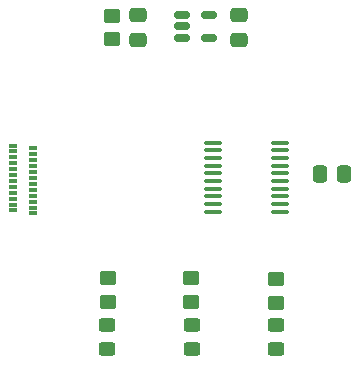
<source format=gbr>
%TF.GenerationSoftware,KiCad,Pcbnew,7.0.1*%
%TF.CreationDate,2023-09-30T16:00:22-04:00*%
%TF.ProjectId,usb_demonstrator,7573625f-6465-46d6-9f6e-73747261746f,rev?*%
%TF.SameCoordinates,Original*%
%TF.FileFunction,Paste,Top*%
%TF.FilePolarity,Positive*%
%FSLAX46Y46*%
G04 Gerber Fmt 4.6, Leading zero omitted, Abs format (unit mm)*
G04 Created by KiCad (PCBNEW 7.0.1) date 2023-09-30 16:00:22*
%MOMM*%
%LPD*%
G01*
G04 APERTURE LIST*
G04 Aperture macros list*
%AMRoundRect*
0 Rectangle with rounded corners*
0 $1 Rounding radius*
0 $2 $3 $4 $5 $6 $7 $8 $9 X,Y pos of 4 corners*
0 Add a 4 corners polygon primitive as box body*
4,1,4,$2,$3,$4,$5,$6,$7,$8,$9,$2,$3,0*
0 Add four circle primitives for the rounded corners*
1,1,$1+$1,$2,$3*
1,1,$1+$1,$4,$5*
1,1,$1+$1,$6,$7*
1,1,$1+$1,$8,$9*
0 Add four rect primitives between the rounded corners*
20,1,$1+$1,$2,$3,$4,$5,0*
20,1,$1+$1,$4,$5,$6,$7,0*
20,1,$1+$1,$6,$7,$8,$9,0*
20,1,$1+$1,$8,$9,$2,$3,0*%
G04 Aperture macros list end*
%ADD10R,0.700000X0.300000*%
%ADD11RoundRect,0.100000X-0.637500X-0.100000X0.637500X-0.100000X0.637500X0.100000X-0.637500X0.100000X0*%
%ADD12RoundRect,0.250000X-0.450000X0.350000X-0.450000X-0.350000X0.450000X-0.350000X0.450000X0.350000X0*%
%ADD13RoundRect,0.250000X0.450000X-0.325000X0.450000X0.325000X-0.450000X0.325000X-0.450000X-0.325000X0*%
%ADD14RoundRect,0.250000X-0.475000X0.337500X-0.475000X-0.337500X0.475000X-0.337500X0.475000X0.337500X0*%
%ADD15RoundRect,0.250000X0.450000X-0.350000X0.450000X0.350000X-0.450000X0.350000X-0.450000X-0.350000X0*%
%ADD16RoundRect,0.250000X-0.337500X-0.475000X0.337500X-0.475000X0.337500X0.475000X-0.337500X0.475000X0*%
%ADD17RoundRect,0.150000X-0.512500X-0.150000X0.512500X-0.150000X0.512500X0.150000X-0.512500X0.150000X0*%
G04 APERTURE END LIST*
D10*
%TO.C,J3*%
X136900000Y-87580000D03*
X136900000Y-88080000D03*
X136900000Y-88580000D03*
X136900000Y-89080000D03*
X136900000Y-89580000D03*
X136900000Y-90080000D03*
X136900000Y-90580000D03*
X136900000Y-91080000D03*
X136900000Y-91580000D03*
X136900000Y-92080000D03*
X136900000Y-92580000D03*
X136900000Y-93080000D03*
X135200000Y-92830000D03*
X135200000Y-92330000D03*
X135200000Y-91830000D03*
X135200000Y-91330000D03*
X135200000Y-90830000D03*
X135200000Y-90330000D03*
X135200000Y-89830000D03*
X135200000Y-89330000D03*
X135200000Y-88830000D03*
X135200000Y-88330000D03*
X135200000Y-87830000D03*
X135200000Y-87330000D03*
%TD*%
D11*
%TO.C,U2*%
X152137500Y-87075000D03*
X152137500Y-87725000D03*
X152137500Y-88375000D03*
X152137500Y-89025000D03*
X152137500Y-89675000D03*
X152137500Y-90325000D03*
X152137500Y-90975000D03*
X152137500Y-91625000D03*
X152137500Y-92275000D03*
X152137500Y-92925000D03*
X157862500Y-92925000D03*
X157862500Y-92275000D03*
X157862500Y-91625000D03*
X157862500Y-90975000D03*
X157862500Y-90325000D03*
X157862500Y-89675000D03*
X157862500Y-89025000D03*
X157862500Y-88375000D03*
X157862500Y-87725000D03*
X157862500Y-87075000D03*
%TD*%
D12*
%TO.C,R4*%
X143250000Y-98550000D03*
X143250000Y-100550000D03*
%TD*%
D13*
%TO.C,D3*%
X143200000Y-104575000D03*
X143200000Y-102525000D03*
%TD*%
%TO.C,D1*%
X157475000Y-104600000D03*
X157475000Y-102550000D03*
%TD*%
D14*
%TO.C,C2*%
X154400000Y-76292500D03*
X154400000Y-78367500D03*
%TD*%
D12*
%TO.C,R3*%
X150325000Y-98575000D03*
X150325000Y-100575000D03*
%TD*%
D15*
%TO.C,R1*%
X143610000Y-78337500D03*
X143610000Y-76337500D03*
%TD*%
D16*
%TO.C,C3*%
X161200000Y-89700000D03*
X163275000Y-89700000D03*
%TD*%
D13*
%TO.C,D2*%
X150375000Y-104600000D03*
X150375000Y-102550000D03*
%TD*%
D12*
%TO.C,R2*%
X157500000Y-98625000D03*
X157500000Y-100625000D03*
%TD*%
D14*
%TO.C,C1*%
X145800000Y-76300000D03*
X145800000Y-78375000D03*
%TD*%
D17*
%TO.C,U1*%
X149565000Y-76290000D03*
X149565000Y-77240000D03*
X149565000Y-78190000D03*
X151840000Y-78190000D03*
X151840000Y-76290000D03*
%TD*%
M02*

</source>
